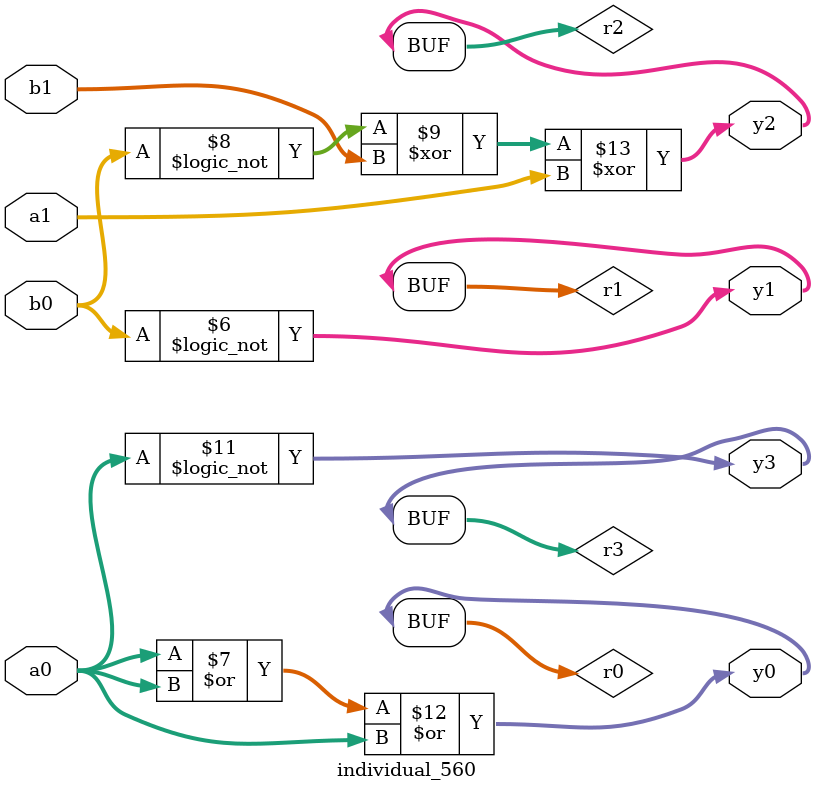
<source format=sv>
module individual_560(input logic [15:0] a1, input logic [15:0] a0, input logic [15:0] b1, input logic [15:0] b0, output logic [15:0] y3, output logic [15:0] y2, output logic [15:0] y1, output logic [15:0] y0);
logic [15:0] r0, r1, r2, r3; 
 always@(*) begin 
	 r0 = a0; r1 = a1; r2 = b0; r3 = b1; 
 	 r3  ^=  r3 ;
 	 r3  &=  b0 ;
 	 r1 = ! r1 ;
 	 r2  &=  r1 ;
 	 r1 = ! b0 ;
 	 r0  |=  r0 ;
 	 r2 = ! b0 ;
 	 r2  ^=  b1 ;
 	 r3  |=  r0 ;
 	 r3 = ! a0 ;
 	 r0  |=  a0 ;
 	 r2  ^=  a1 ;
 	 y3 = r3; y2 = r2; y1 = r1; y0 = r0; 
end
endmodule
</source>
